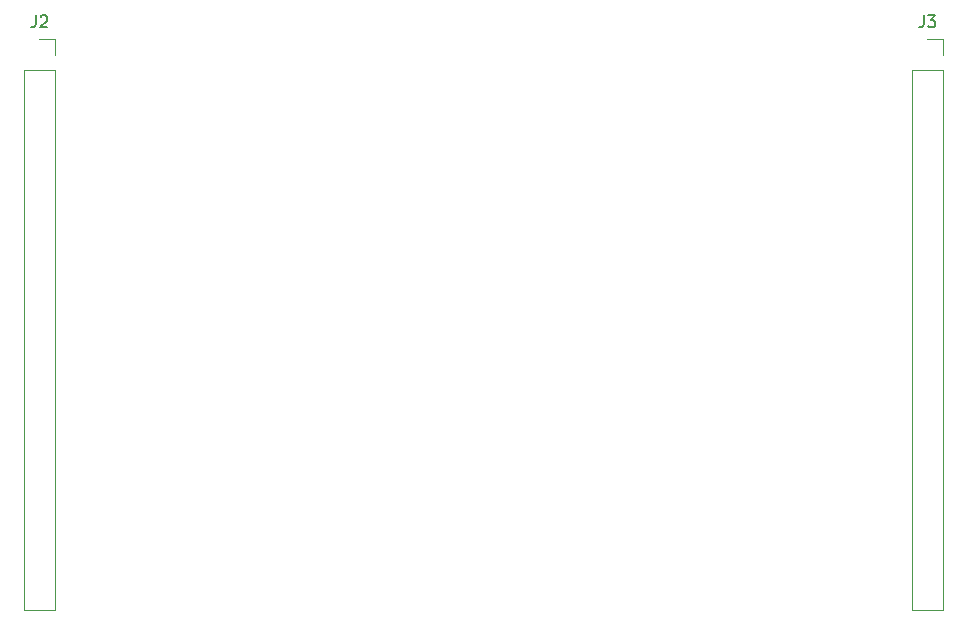
<source format=gbr>
G04 #@! TF.GenerationSoftware,KiCad,Pcbnew,(5.1.5-0)*
G04 #@! TF.CreationDate,2020-10-12T23:14:28-05:00*
G04 #@! TF.ProjectId,bells-venn,62656c6c-732d-4766-956e-6e2e6b696361,rev?*
G04 #@! TF.SameCoordinates,Original*
G04 #@! TF.FileFunction,Legend,Top*
G04 #@! TF.FilePolarity,Positive*
%FSLAX46Y46*%
G04 Gerber Fmt 4.6, Leading zero omitted, Abs format (unit mm)*
G04 Created by KiCad (PCBNEW (5.1.5-0)) date 2020-10-12 23:14:28*
%MOMM*%
%LPD*%
G04 APERTURE LIST*
%ADD10C,0.120000*%
%ADD11C,0.150000*%
G04 APERTURE END LIST*
D10*
X200660000Y-40072000D02*
X201990000Y-40072000D01*
X201990000Y-40072000D02*
X201990000Y-41402000D01*
X201990000Y-42672000D02*
X201990000Y-88452000D01*
X199330000Y-88452000D02*
X201990000Y-88452000D01*
X199330000Y-42672000D02*
X199330000Y-88452000D01*
X199330000Y-42672000D02*
X201990000Y-42672000D01*
X274514000Y-42672000D02*
X277174000Y-42672000D01*
X274514000Y-42672000D02*
X274514000Y-88452000D01*
X274514000Y-88452000D02*
X277174000Y-88452000D01*
X277174000Y-42672000D02*
X277174000Y-88452000D01*
X277174000Y-40072000D02*
X277174000Y-41402000D01*
X275844000Y-40072000D02*
X277174000Y-40072000D01*
D11*
X200326666Y-38084380D02*
X200326666Y-38798666D01*
X200279047Y-38941523D01*
X200183809Y-39036761D01*
X200040952Y-39084380D01*
X199945714Y-39084380D01*
X200755238Y-38179619D02*
X200802857Y-38132000D01*
X200898095Y-38084380D01*
X201136190Y-38084380D01*
X201231428Y-38132000D01*
X201279047Y-38179619D01*
X201326666Y-38274857D01*
X201326666Y-38370095D01*
X201279047Y-38512952D01*
X200707619Y-39084380D01*
X201326666Y-39084380D01*
X275510666Y-38084380D02*
X275510666Y-38798666D01*
X275463047Y-38941523D01*
X275367809Y-39036761D01*
X275224952Y-39084380D01*
X275129714Y-39084380D01*
X275891619Y-38084380D02*
X276510666Y-38084380D01*
X276177333Y-38465333D01*
X276320190Y-38465333D01*
X276415428Y-38512952D01*
X276463047Y-38560571D01*
X276510666Y-38655809D01*
X276510666Y-38893904D01*
X276463047Y-38989142D01*
X276415428Y-39036761D01*
X276320190Y-39084380D01*
X276034476Y-39084380D01*
X275939238Y-39036761D01*
X275891619Y-38989142D01*
M02*

</source>
